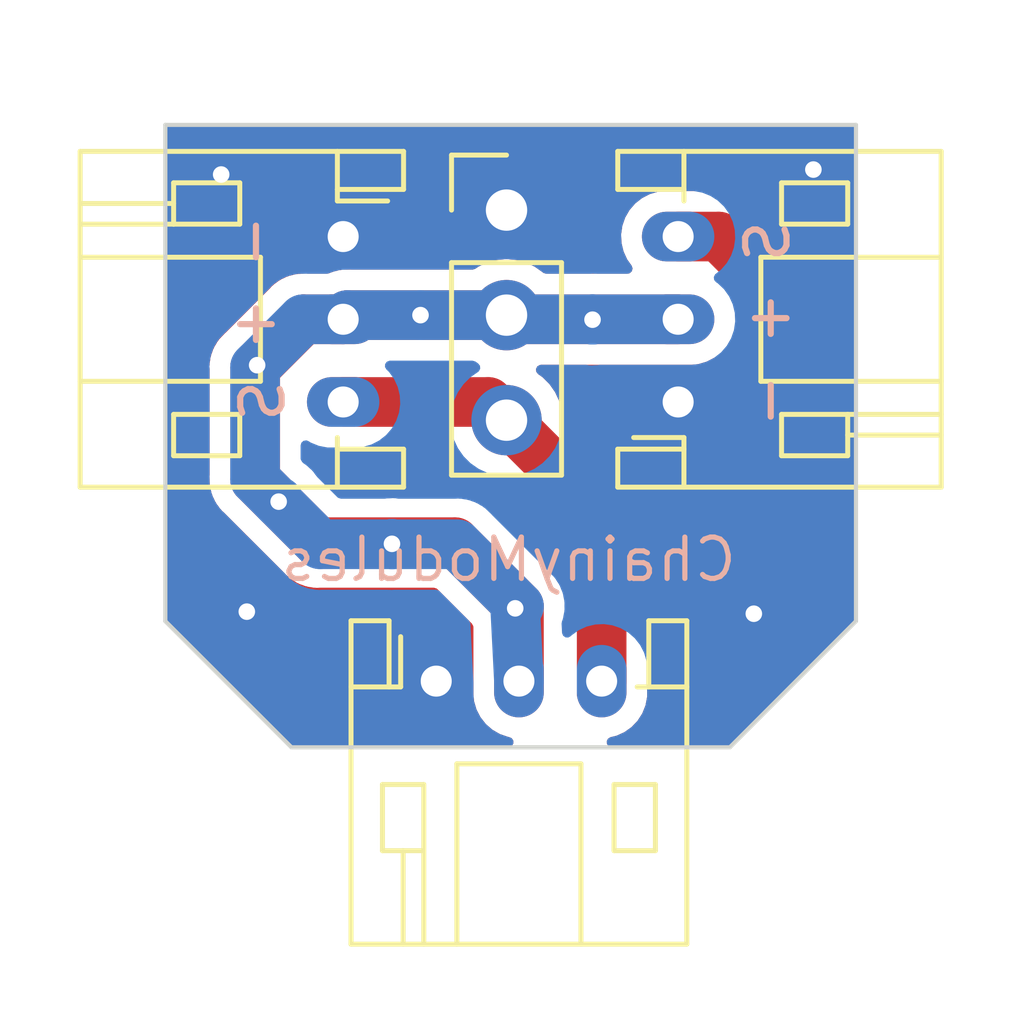
<source format=kicad_pcb>
(kicad_pcb (version 20221018) (generator pcbnew)
  (layers (0 "F.Cu" signal) (1 "In1.Cu" signal) (2 "In2.Cu" signal) (31 "B.Cu" signal) (34 "B.Paste" user) (35 "F.Paste" user) (36 "B.SilkS" user "B.Silkscreen") (37 "F.SilkS" user "F.Silkscreen") (38 "B.Mask" user) (39 "F.Mask" user) (44 "Edge.Cuts" user))
  (net 0 "")
  (net 1 "GND")
  (net 2 "DATA")
  (net 3 "VIN")
  (footprint "Connector_PinHeader_2.54mm:PinHeader_1x03_P2.54mm_Vertical" (layer "F.Cu") (at 138.25 84.6)
    (fp_text reference "J1" hide)
    (fp_text value "Conn_01x03_Female")
    (fp_line (start -1.33 -3.87) (end 0 -3.87) (stroke (width 0.12)) (layer "F.SilkS"))
    (fp_line (start -1.33 -2.54) (end -1.33 -3.87) (stroke (width 0.12)) (layer "F.SilkS"))
    (fp_line (start -1.33 -1.27) (end -1.33 3.87) (stroke (width 0.12)) (layer "F.SilkS"))
    (fp_line (start -1.33 -1.27) (end 1.33 -1.27) (stroke (width 0.12)) (layer "F.SilkS"))
    (fp_line (start -1.33 3.87) (end 1.33 3.87) (stroke (width 0.12)) (layer "F.SilkS"))
    (fp_line (start 1.33 -1.27) (end 1.33 3.87) (stroke (width 0.12)) (layer "F.SilkS"))
    (pad "1" thru_hole rect (at 0 -2.54) (size 1.7 1.7) (drill 1) (layers "*.Cu" "*.Mask") (net 1 "GND"))
    (pad "2" thru_hole oval (at 0 0) (size 1.7 1.7) (drill 1) (layers "*.Cu" "*.Mask") (net 3 "VIN"))
    (pad "3" thru_hole oval (at 0 2.54) (size 1.7 1.7) (drill 1) (layers "*.Cu" "*.Mask") (net 2 "DATA"))
  )
  (footprint "Connector_JST:JST_PH_S3B-PH-K_1x03_P2.00mm_Horizontal" (layer "F.Cu") (at 134.3 84.7 -90)
    (fp_text reference "J4" hide)
    (fp_text value "Conn_01x03_Female")
    (fp_line (start -4.06 -1.46) (end -4.06 6.36) (stroke (width 0.12)) (layer "F.SilkS"))
    (fp_line (start -4.06 0.14) (end -3.14 0.14) (stroke (width 0.12)) (layer "F.SilkS"))
    (fp_line (start -4.06 6.36) (end 4.06 6.36) (stroke (width 0.12)) (layer "F.SilkS"))
    (fp_line (start -3.3 2.5) (end -3.3 4.1) (stroke (width 0.12)) (layer "F.SilkS"))
    (fp_line (start -3.3 4.1) (end -2.3 4.1) (stroke (width 0.12)) (layer "F.SilkS"))
    (fp_line (start -3.14 -1.46) (end -4.06 -1.46) (stroke (width 0.12)) (layer "F.SilkS"))
    (fp_line (start -3.14 0.14) (end -3.14 -1.46) (stroke (width 0.12)) (layer "F.SilkS"))
    (fp_line (start -2.86 0.14) (end -3.14 0.14) (stroke (width 0.12)) (layer "F.SilkS"))
    (fp_line (start -2.86 0.14) (end -2.86 -1.075) (stroke (width 0.12)) (layer "F.SilkS"))
    (fp_line (start -2.8 4.1) (end -2.8 6.36) (stroke (width 0.12)) (layer "F.SilkS"))
    (fp_line (start -2.3 2.5) (end -3.3 2.5) (stroke (width 0.12)) (layer "F.SilkS"))
    (fp_line (start -2.3 4.1) (end -2.3 2.5) (stroke (width 0.12)) (layer "F.SilkS"))
    (fp_line (start -2.3 4.1) (end -2.3 6.36) (stroke (width 0.12)) (layer "F.SilkS"))
    (fp_line (start -1.5 2) (end 1.5 2) (stroke (width 0.12)) (layer "F.SilkS"))
    (fp_line (start -1.5 6.36) (end -1.5 2) (stroke (width 0.12)) (layer "F.SilkS"))
    (fp_line (start 1.5 2) (end 1.5 6.36) (stroke (width 0.12)) (layer "F.SilkS"))
    (fp_line (start 2.3 2.5) (end 3.3 2.5) (stroke (width 0.12)) (layer "F.SilkS"))
    (fp_line (start 2.3 4.1) (end 2.3 2.5) (stroke (width 0.12)) (layer "F.SilkS"))
    (fp_line (start 3.14 -1.46) (end 3.14 0.14) (stroke (width 0.12)) (layer "F.SilkS"))
    (fp_line (start 3.14 0.14) (end 2.86 0.14) (stroke (width 0.12)) (layer "F.SilkS"))
    (fp_line (start 3.3 2.5) (end 3.3 4.1) (stroke (width 0.12)) (layer "F.SilkS"))
    (fp_line (start 3.3 4.1) (end 2.3 4.1) (stroke (width 0.12)) (layer "F.SilkS"))
    (fp_line (start 4.06 -1.46) (end 3.14 -1.46) (stroke (width 0.12)) (layer "F.SilkS"))
    (fp_line (start 4.06 0.14) (end 3.14 0.14) (stroke (width 0.12)) (layer "F.SilkS"))
    (fp_line (start 4.06 6.36) (end 4.06 -1.46) (stroke (width 0.12)) (layer "F.SilkS"))
    (pad "1" thru_hole roundrect (at -2 0 270) (size 1.2 1.75) (drill 0.75) (layers "*.Cu" "*.Mask") (roundrect_rratio 0.2083333333) (net 1 "GND"))
    (pad "2" thru_hole oval (at 0 0 270) (size 1.2 1.75) (drill 0.75) (layers "*.Cu" "*.Mask") (net 3 "VIN"))
    (pad "3" thru_hole oval (at 2 0 270) (size 1.2 1.75) (drill 0.75) (layers "*.Cu" "*.Mask") (net 2 "DATA"))
  )
  (footprint "Connector_JST:JST_PH_S3B-PH-K_1x03_P2.00mm_Horizontal" (layer "F.Cu") (at 142.4 84.7 90)
    (fp_text reference "J3" hide)
    (fp_text value "Conn_01x03_Female")
    (fp_line (start -4.06 -1.46) (end -4.06 6.36) (stroke (width 0.12)) (layer "F.SilkS"))
    (fp_line (start -4.06 0.14) (end -3.14 0.14) (stroke (width 0.12)) (layer "F.SilkS"))
    (fp_line (start -4.06 6.36) (end 4.06 6.36) (stroke (width 0.12)) (layer "F.SilkS"))
    (fp_line (start -3.3 2.5) (end -3.3 4.1) (stroke (width 0.12)) (layer "F.SilkS"))
    (fp_line (start -3.3 4.1) (end -2.3 4.1) (stroke (width 0.12)) (layer "F.SilkS"))
    (fp_line (start -3.14 -1.46) (end -4.06 -1.46) (stroke (width 0.12)) (layer "F.SilkS"))
    (fp_line (start -3.14 0.14) (end -3.14 -1.46) (stroke (width 0.12)) (layer "F.SilkS"))
    (fp_line (start -2.86 0.14) (end -3.14 0.14) (stroke (width 0.12)) (layer "F.SilkS"))
    (fp_line (start -2.86 0.14) (end -2.86 -1.075) (stroke (width 0.12)) (layer "F.SilkS"))
    (fp_line (start -2.8 4.1) (end -2.8 6.36) (stroke (width 0.12)) (layer "F.SilkS"))
    (fp_line (start -2.3 2.5) (end -3.3 2.5) (stroke (width 0.12)) (layer "F.SilkS"))
    (fp_line (start -2.3 4.1) (end -2.3 2.5) (stroke (width 0.12)) (layer "F.SilkS"))
    (fp_line (start -2.3 4.1) (end -2.3 6.36) (stroke (width 0.12)) (layer "F.SilkS"))
    (fp_line (start -1.5 2) (end 1.5 2) (stroke (width 0.12)) (layer "F.SilkS"))
    (fp_line (start -1.5 6.36) (end -1.5 2) (stroke (width 0.12)) (layer "F.SilkS"))
    (fp_line (start 1.5 2) (end 1.5 6.36) (stroke (width 0.12)) (layer "F.SilkS"))
    (fp_line (start 2.3 2.5) (end 3.3 2.5) (stroke (width 0.12)) (layer "F.SilkS"))
    (fp_line (start 2.3 4.1) (end 2.3 2.5) (stroke (width 0.12)) (layer "F.SilkS"))
    (fp_line (start 3.14 -1.46) (end 3.14 0.14) (stroke (width 0.12)) (layer "F.SilkS"))
    (fp_line (start 3.14 0.14) (end 2.86 0.14) (stroke (width 0.12)) (layer "F.SilkS"))
    (fp_line (start 3.3 2.5) (end 3.3 4.1) (stroke (width 0.12)) (layer "F.SilkS"))
    (fp_line (start 3.3 4.1) (end 2.3 4.1) (stroke (width 0.12)) (layer "F.SilkS"))
    (fp_line (start 4.06 -1.46) (end 3.14 -1.46) (stroke (width 0.12)) (layer "F.SilkS"))
    (fp_line (start 4.06 0.14) (end 3.14 0.14) (stroke (width 0.12)) (layer "F.SilkS"))
    (fp_line (start 4.06 6.36) (end 4.06 -1.46) (stroke (width 0.12)) (layer "F.SilkS"))
    (pad "1" thru_hole roundrect (at -2 0 90) (size 1.2 1.75) (drill 0.75) (layers "*.Cu" "*.Mask") (roundrect_rratio 0.2083333333) (net 1 "GND"))
    (pad "2" thru_hole oval (at 0 0 90) (size 1.2 1.75) (drill 0.75) (layers "*.Cu" "*.Mask") (net 3 "VIN"))
    (pad "3" thru_hole oval (at 2 0 90) (size 1.2 1.75) (drill 0.75) (layers "*.Cu" "*.Mask") (net 2 "DATA"))
  )
  (footprint "Connector_JST:JST_PH_S3B-PH-K_1x03_P2.00mm_Horizontal" (layer "F.Cu") (at 138.55 93.45)
    (fp_text reference "J2" hide)
    (fp_text value "Conn_01x03_Female")
    (fp_line (start -4.06 -1.46) (end -4.06 6.36) (stroke (width 0.12)) (layer "F.SilkS"))
    (fp_line (start -4.06 0.14) (end -3.14 0.14) (stroke (width 0.12)) (layer "F.SilkS"))
    (fp_line (start -4.06 6.36) (end 4.06 6.36) (stroke (width 0.12)) (layer "F.SilkS"))
    (fp_line (start -3.3 2.5) (end -3.3 4.1) (stroke (width 0.12)) (layer "F.SilkS"))
    (fp_line (start -3.3 4.1) (end -2.3 4.1) (stroke (width 0.12)) (layer "F.SilkS"))
    (fp_line (start -3.14 -1.46) (end -4.06 -1.46) (stroke (width 0.12)) (layer "F.SilkS"))
    (fp_line (start -3.14 0.14) (end -3.14 -1.46) (stroke (width 0.12)) (layer "F.SilkS"))
    (fp_line (start -2.86 0.14) (end -3.14 0.14) (stroke (width 0.12)) (layer "F.SilkS"))
    (fp_line (start -2.86 0.14) (end -2.86 -1.075) (stroke (width 0.12)) (layer "F.SilkS"))
    (fp_line (start -2.8 4.1) (end -2.8 6.36) (stroke (width 0.12)) (layer "F.SilkS"))
    (fp_line (start -2.3 2.5) (end -3.3 2.5) (stroke (width 0.12)) (layer "F.SilkS"))
    (fp_line (start -2.3 4.1) (end -2.3 2.5) (stroke (width 0.12)) (layer "F.SilkS"))
    (fp_line (start -2.3 4.1) (end -2.3 6.36) (stroke (width 0.12)) (layer "F.SilkS"))
    (fp_line (start -1.5 2) (end 1.5 2) (stroke (width 0.12)) (layer "F.SilkS"))
    (fp_line (start -1.5 6.36) (end -1.5 2) (stroke (width 0.12)) (layer "F.SilkS"))
    (fp_line (start 1.5 2) (end 1.5 6.36) (stroke (width 0.12)) (layer "F.SilkS"))
    (fp_line (start 2.3 2.5) (end 3.3 2.5) (stroke (width 0.12)) (layer "F.SilkS"))
    (fp_line (start 2.3 4.1) (end 2.3 2.5) (stroke (width 0.12)) (layer "F.SilkS"))
    (fp_line (start 3.14 -1.46) (end 3.14 0.14) (stroke (width 0.12)) (layer "F.SilkS"))
    (fp_line (start 3.14 0.14) (end 2.86 0.14) (stroke (width 0.12)) (layer "F.SilkS"))
    (fp_line (start 3.3 2.5) (end 3.3 4.1) (stroke (width 0.12)) (layer "F.SilkS"))
    (fp_line (start 3.3 4.1) (end 2.3 4.1) (stroke (width 0.12)) (layer "F.SilkS"))
    (fp_line (start 4.06 -1.46) (end 3.14 -1.46) (stroke (width 0.12)) (layer "F.SilkS"))
    (fp_line (start 4.06 0.14) (end 3.14 0.14) (stroke (width 0.12)) (layer "F.SilkS"))
    (fp_line (start 4.06 6.36) (end 4.06 -1.46) (stroke (width 0.12)) (layer "F.SilkS"))
    (pad "1" thru_hole roundrect (at -2 0) (size 1.2 1.75) (drill 0.75) (layers "*.Cu" "*.Mask") (roundrect_rratio 0.2083333333) (net 1 "GND"))
    (pad "2" thru_hole oval (at 0 0) (size 1.2 1.75) (drill 0.75) (layers "*.Cu" "*.Mask") (net 3 "VIN"))
    (pad "3" thru_hole oval (at 2 0) (size 1.2 1.75) (drill 0.75) (layers "*.Cu" "*.Mask") (net 2 "DATA"))
  )
  (gr_line (start 146.7 92) (end 143.65 95.05) (stroke (width 0.1)) (layer "Edge.Cuts"))
  (gr_line (start 143.65 95.05) (end 133.05 95.05) (stroke (width 0.1)) (layer "Edge.Cuts"))
  (gr_line (start 130 92) (end 133.05 95.05) (stroke (width 0.1)) (layer "Edge.Cuts"))
  (gr_line (start 146.7 80) (end 146.7 92) (stroke (width 0.1)) (layer "Edge.Cuts"))
  (gr_line (start 130 92) (end 130 80) (stroke (width 0.1)) (layer "Edge.Cuts"))
  (gr_line (start 130 80) (end 146.7 80) (stroke (width 0.1)) (layer "Edge.Cuts"))
  (gr_text "ChainyModules" (at 138.3 90.51) (layer "B.SilkS") (effects (font (size 1 1) (thickness 0.125)) (justify mirror)))
  (gr_text "S + -" (at 145.15 82.24 90) (layer "B.SilkS") (effects (font (size 1 1)) (justify left bottom mirror)))
  (gr_text "S + -" (at 131.68 87.25 -90) (layer "B.SilkS") (effects (font (size 1 1)) (justify left bottom mirror)))
  (via (at 145.67 81.08) (size 0.8) (drill 0.4) (layers "F.Cu" "B.Cu") (net 1))
  (via (at 131.35 81.2) (size 0.8) (drill 0.4) (layers "F.Cu" "B.Cu") (net 1))
  (via (at 144.23 91.82) (size 0.8) (drill 0.4) (layers "F.Cu" "B.Cu") (net 1))
  (via (at 131.97 91.77) (size 0.8) (drill 0.4) (layers "F.Cu" "B.Cu") (net 1))
  (segment (start 144.55 83.87) (end 143.38 82.7) (width 1.2) (layer "F.Cu") (net 2))
  (segment (start 144.55 88.25) (end 144.55 83.87) (width 1.2) (layer "F.Cu") (net 2))
  (segment (start 138.25 87.14) (end 140.55 89.44) (width 1.2) (layer "F.Cu") (net 2))
  (segment (start 143.38 82.7) (end 142.4 82.7) (width 1.2) (layer "F.Cu") (net 2))
  (segment (start 140.55 89.44) (end 140.55 93.45) (width 1.2) (layer "F.Cu") (net 2))
  (segment (start 143.36 89.44) (end 144.55 88.25) (width 1.2) (layer "F.Cu") (net 2))
  (segment (start 140.55 89.44) (end 143.36 89.44) (width 1.2) (layer "F.Cu") (net 2))
  (segment (start 134.3 86.7) (end 137.81 86.7) (width 1.2) (layer "F.Cu") (net 2))
  (segment (start 137.81 86.7) (end 138.25 87.14) (width 1.2) (layer "F.Cu") (net 2))
  (segment (start 132.17 88.57) (end 133.69 90.09) (width 1.2) (layer "F.Cu") (net 3))
  (segment (start 142.4 84.7) (end 138.35 84.7) (width 1.2) (layer "F.Cu") (net 3))
  (segment (start 138.55 91.64) (end 138.55 93.45) (width 1.2) (layer "F.Cu") (net 3))
  (segment (start 134.4 84.6) (end 134.3 84.7) (width 1.2) (layer "F.Cu") (net 3))
  (segment (start 138.35 84.7) (end 138.25 84.6) (width 1.2) (layer "F.Cu") (net 3))
  (segment (start 134.3 84.7) (end 133.34 84.7) (width 1.2) (layer "F.Cu") (net 3))
  (segment (start 137 90.09) (end 138.55 91.64) (width 1.2) (layer "F.Cu") (net 3))
  (segment (start 133.34 84.7) (end 132.17 85.87) (width 1.2) (layer "F.Cu") (net 3))
  (segment (start 133.69 90.09) (end 137 90.09) (width 1.2) (layer "F.Cu") (net 3))
  (segment (start 132.17 85.87) (end 132.17 88.57) (width 1.2) (layer "F.Cu") (net 3))
  (segment (start 138.25 84.6) (end 134.4 84.6) (width 1.2) (layer "F.Cu") (net 3))
  (via (at 140.33 84.71) (size 0.8) (drill 0.4) (layers "F.Cu" "B.Cu") (net 3))
  (via (at 132.74 89.11) (size 0.8) (drill 0.4) (layers "F.Cu" "B.Cu") (net 3))
  (via (at 138.46 91.69) (size 0.8) (drill 0.4) (layers "F.Cu" "B.Cu") (net 3))
  (via (at 132.22 85.81) (size 0.8) (drill 0.4) (layers "F.Cu" "B.Cu") (net 3))
  (via (at 136.17 84.6) (size 0.8) (drill 0.4) (layers "F.Cu" "B.Cu") (net 3))
  (via (at 135.48 90.13) (size 0.8) (drill 0.4) (layers "F.Cu" "B.Cu") (net 3))
  (segment (start 132.17 88.57) (end 132.71 89.11) (width 1.2) (layer "B.Cu") (net 3))
  (segment (start 137.05 90.14) (end 138.55 91.64) (width 1.2) (layer "B.Cu") (net 3))
  (segment (start 140.32 84.7) (end 138.35 84.7) (width 1.2) (layer "B.Cu") (net 3))
  (segment (start 132.22 85.81) (end 132.17 85.86) (width 1.2) (layer "B.Cu") (net 3))
  (segment (start 135.48 90.13) (end 135.49 90.14) (width 1.2) (layer "B.Cu") (net 3))
  (segment (start 138.55 91.64) (end 138.46 91.69) (width 1.2) (layer "B.Cu") (net 3))
  (segment (start 132.71 89.11) (end 132.74 89.11) (width 1.2) (layer "B.Cu") (net 3))
  (segment (start 132.17 85.86) (end 132.17 88.57) (width 1.2) (layer "B.Cu") (net 3))
  (segment (start 135.49 90.14) (end 137.05 90.14) (width 1.2) (layer "B.Cu") (net 3))
  (segment (start 133.74 90.14) (end 135.47 90.14) (width 1.2) (layer "B.Cu") (net 3))
  (segment (start 138.25 84.6) (end 136.17 84.6) (width 1.2) (layer "B.Cu") (net 3))
  (segment (start 138.46 91.69) (end 138.55 93.45) (width 1.2) (layer "B.Cu") (net 3))
  (segment (start 140.33 84.71) (end 140.32 84.7) (width 1.2) (layer "B.Cu") (net 3))
  (segment (start 134.3 84.7) (end 133.33 84.7) (width 1.2) (layer "B.Cu") (net 3))
  (segment (start 138.35 84.7) (end 138.25 84.6) (width 1.2) (layer "B.Cu") (net 3))
  (segment (start 133.33 84.7) (end 132.22 85.81) (width 1.2) (layer "B.Cu") (net 3))
  (segment (start 132.74 89.14) (end 133.74 90.14) (width 1.2) (layer "B.Cu") (net 3))
  (segment (start 134.4 84.6) (end 134.3 84.7) (width 1.2) (layer "B.Cu") (net 3))
  (segment (start 142.4 84.7) (end 140.34 84.7) (width 1.2) (layer "B.Cu") (net 3))
  (segment (start 132.74 89.11) (end 132.74 89.14) (width 1.2) (layer "B.Cu") (net 3))
  (segment (start 135.47 90.14) (end 135.48 90.13) (width 1.2) (layer "B.Cu") (net 3))
  (segment (start 140.34 84.7) (end 140.33 84.71) (width 1.2) (layer "B.Cu") (net 3))
  (segment (start 136.17 84.6) (end 134.4 84.6) (width 1.2) (layer "B.Cu") (net 3))
  (zone (net 1) (net_name "GND") (layers "F.Cu" "In1.Cu" "In2.Cu" "B.Cu") (connect_pads yes (clearance 0.5)) (min_thickness 0.25) (fill yes (thermal_gap 0.5) (thermal_bridge_width 0.5))
    (polygon (pts (xy 129.1 79.01) (xy 147.54 79.01) (xy 147.37 95.78) (xy 129.1 95.99)))
  )
)
</source>
